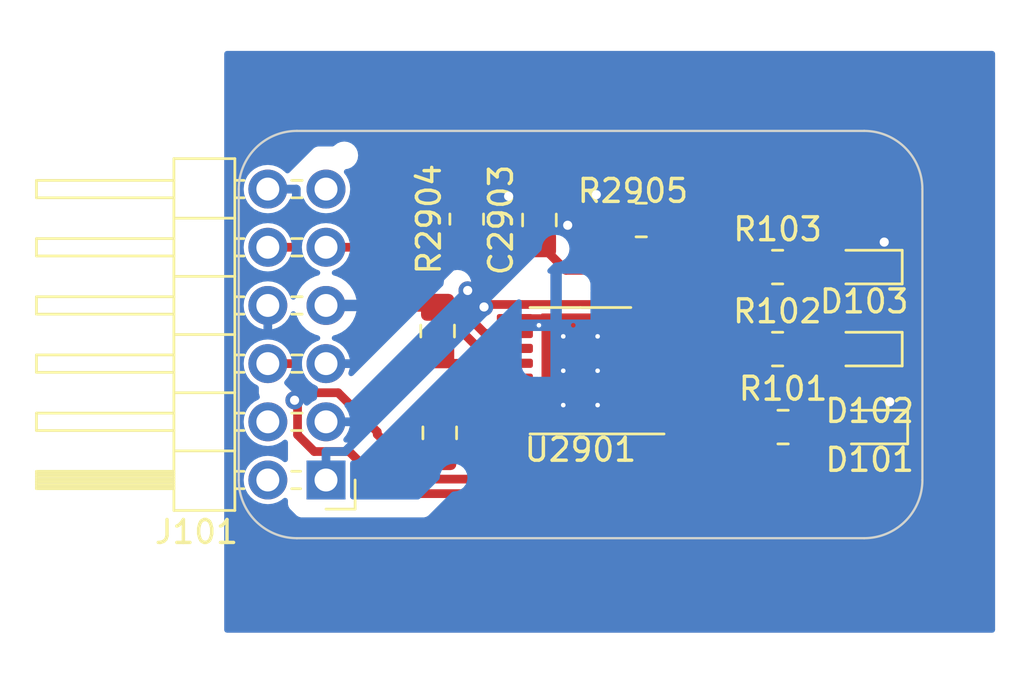
<source format=kicad_pcb>
(kicad_pcb (version 20240108) (generator "pcbnew") (generator_version "8.0")
  (layers (0 "F.Cu" signal) (31 "B.Cu" signal) (34 "B.Paste" user) (35 "F.Paste" user) (36 "B.SilkS" user "B.Silkscreen") (37 "F.SilkS" user "F.Silkscreen") (38 "B.Mask" user) (39 "F.Mask" user) (44 "Edge.Cuts" user))
  (net 0 "")
  (net 1 "+VIN")
  (net 2 "Net-(D101-A)")
  (net 3 "GND")
  (net 4 "Net-(D102-A)")
  (net 5 "Net-(D103-A)")
  (net 6 "/centrale-driver-8874/SENSE")
  (net 7 "+3V3")
  (net 8 "/DCC0")
  (net 9 "/DCC1")
  (net 10 "/centrale-driver-8874/iPROP")
  (net 11 "/BRAKE")
  (net 12 "/PWM")
  (net 13 "/DIR")
  (net 14 "/centrale-driver-8874/CPL")
  (net 15 "/centrale-driver-8874/CPH")
  (net 16 "/centrale-driver-8874/VCP")
  (footprint "LED_SMD:LED_0603_1608Metric_Pad1.05x0.95mm_HandSolder" (layer "F.Cu") (at 160.895 84.685 180)
    (property "Reference" "D101" (at 0 -1.43 180) (layer "F.SilkS"))
    (property "Value" "LED_RED")
    (fp_line (start 0.8 -0.735) (end -1.66 -0.735) (stroke (width 0.12)) (layer "F.SilkS"))
    (fp_line (start -1.66 0.735) (end 0.8 0.735) (stroke (width 0.12)) (layer "F.SilkS"))
    (fp_line (start -1.66 -0.735) (end -1.66 0.735) (stroke (width 0.12)) (layer "F.SilkS"))
    (pad "1" smd roundrect (at -0.875 0 180) (size 1.05 0.95) (layers "F.Cu" "F.Paste" "F.Mask") (net 3 "GND"))
    (pad "2" smd roundrect (at 0.875 0 180) (size 1.05 0.95) (layers "F.Cu" "F.Paste" "F.Mask") (net 2 "Net-(D101-A)"))
  )
  (footprint "Connector_PinHeader_2.54mm:PinHeader_2x06_P2.54mm_Horizontal" (layer "F.Cu") (at 137.16 86.995 180)
    (property "Reference" "J101" (at 5.655 -2.27 180) (layer "F.SilkS"))
    (property "Value" "Conn_02x06_Odd_Even")
    (fp_line (start 12.64 13.08) (end 6.64 13.08) (stroke (width 0.12)) (layer "F.SilkS"))
    (fp_line (start 12.64 12.32) (end 12.64 13.08) (stroke (width 0.12)) (layer "F.SilkS"))
    (fp_line (start 12.64 10.54) (end 6.64 10.54) (stroke (width 0.12)) (layer "F.SilkS"))
    (fp_line (start 12.64 9.78) (end 12.64 10.54) (stroke (width 0.12)) (layer "F.SilkS"))
    (fp_line (start 12.64 8) (end 6.64 8) (stroke (width 0.12)) (layer "F.SilkS"))
    (fp_line (start 12.64 7.24) (end 12.64 8) (stroke (width 0.12)) (layer "F.SilkS"))
    (fp_line (start 12.64 5.46) (end 6.64 5.46) (stroke (width 0.12)) (layer "F.SilkS"))
    (fp_line (start 12.64 4.7) (end 12.64 5.46) (stroke (width 0.12)) (layer "F.SilkS"))
    (fp_line (start 12.64 2.92) (end 6.64 2.92) (stroke (width 0.12)) (layer "F.SilkS"))
    (fp_line (start 12.64 2.16) (end 12.64 2.92) (stroke (width 0.12)) (layer "F.SilkS"))
    (fp_line (start 12.64 0.38) (end 6.64 0.38) (stroke (width 0.12)) (layer "F.SilkS"))
    (fp_line (start 12.64 -0.38) (end 12.64 0.38) (stroke (width 0.12)) (layer "F.SilkS"))
    (fp_line (start 6.64 14.03) (end 6.64 -1.33) (stroke (width 0.12)) (layer "F.SilkS"))
    (fp_line (start 6.64 12.32) (end 12.64 12.32) (stroke (width 0.12)) (layer "F.SilkS"))
    (fp_line (start 6.64 9.78) (end 12.64 9.78) (stroke (width 0.12)) (layer "F.SilkS"))
    (fp_line (start 6.64 7.24) (end 12.64 7.24) (stroke (width 0.12)) (layer "F.SilkS"))
    (fp_line (start 6.64 4.7) (end 12.64 4.7) (stroke (width 0.12)) (layer "F.SilkS"))
    (fp_line (start 6.64 2.16) (end 12.64 2.16) (stroke (width 0.12)) (layer "F.SilkS"))
    (fp_line (start 6.64 0.28) (end 12.64 0.28) (stroke (width 0.12)) (layer "F.SilkS"))
    (fp_line (start 6.64 0.16) (end 12.64 0.16) (stroke (width 0.12)) (layer "F.SilkS"))
    (fp_line (start 6.64 0.04) (end 12.64 0.04) (stroke (width 0.12)) (layer "F.SilkS"))
    (fp_line (start 6.64 -0.08) (end 12.64 -0.08) (stroke (width 0.12)) (layer "F.SilkS"))
    (fp_line (start 6.64 -0.2) (end 12.64 -0.2) (stroke (width 0.12)) (layer "F.SilkS"))
    (fp_line (start 6.64 -0.32) (end 12.64 -0.32) (stroke (width 0.12)) (layer "F.SilkS"))
    (fp_line (start 6.64 -0.38) (end 12.64 -0.38) (stroke (width 0.12)) (layer "F.SilkS"))
    (fp_line (start 6.64 -1.33) (end 3.98 -1.33) (stroke (width 0.12)) (layer "F.SilkS"))
    (fp_line (start 3.98 14.03) (end 6.64 14.03) (stroke (width 0.12)) (layer "F.SilkS"))
    (fp_line (start 3.98 11.43) (end 6.64 11.43) (stroke (width 0.12)) (layer "F.SilkS"))
    (fp_line (start 3.98 8.89) (end 6.64 8.89) (stroke (width 0.12)) (layer "F.SilkS"))
    (fp_line (start 3.98 6.35) (end 6.64 6.35) (stroke (width 0.12)) (layer "F.SilkS"))
    (fp_line (start 3.98 3.81) (end 6.64 3.81) (stroke (width 0.12)) (layer "F.SilkS"))
    (fp_line (start 3.98 1.27) (end 6.64 1.27) (stroke (width 0.12)) (layer "F.SilkS"))
    (fp_line (start 3.98 -1.33) (end 3.98 14.03) (stroke (width 0.12)) (layer "F.SilkS"))
    (fp_line (start 3.582929 13.08) (end 3.98 13.08) (stroke (width 0.12)) (layer "F.SilkS"))
    (fp_line (start 3.582929 12.32) (end 3.98 12.32) (stroke (width 0.12)) (layer "F.SilkS"))
    (fp_line (start 3.582929 10.54) (end 3.98 10.54) (stroke (width 0.12)) (layer "F.SilkS"))
    (fp_line (start 3.582929 9.78) (end 3.98 9.78) (stroke (width 0.12)) (layer "F.SilkS"))
    (fp_line (start 3.582929 8) (end 3.98 8) (stroke (width 0.12)) (layer "F.SilkS"))
    (fp_line (start 3.582929 7.24) (end 3.98 7.24) (stroke (width 0.12)) (layer "F.SilkS"))
    (fp_line (start 3.582929 5.46) (end 3.98 5.46) (stroke (width 0.12)) (layer "F.SilkS"))
    (fp_line (start 3.582929 4.7) (end 3.98 4.7) (stroke (width 0.12)) (layer "F.SilkS"))
    (fp_line (start 3.582929 2.92) (end 3.98 2.92) (stroke (width 0.12)) (layer "F.SilkS"))
    (fp_line (start 3.582929 2.16) (end 3.98 2.16) (stroke (width 0.12)) (layer "F.SilkS"))
    (fp_line (start 3.582929 0.38) (end 3.98 0.38) (stroke (width 0.12)) (layer "F.SilkS"))
    (fp_line (start 3.582929 -0.38) (end 3.98 -0.38) (stroke (width 0.12)) (layer "F.SilkS"))
    (fp_line (start 1.11 0.38) (end 1.497071 0.38) (stroke (width 0.12)) (layer "F.SilkS"))
    (fp_line (start 1.11 -0.38) (end 1.497071 -0.38) (stroke (width 0.12)) (layer "F.SilkS"))
    (fp_line (start 1.042929 13.08) (end 1.497071 13.08) (stroke (width 0.12)) (layer "F.SilkS"))
    (fp_line (start 1.042929 12.32) (end 1.497071 12.32) (stroke (width 0.12)) (layer "F.SilkS"))
    (fp_line (start 1.042929 10.54) (end 1.497071 10.54) (stroke (width 0.12)) (layer "F.SilkS"))
    (fp_line (start 1.042929 9.78) (end 1.497071 9.78) (stroke (width 0.12)) (layer "F.SilkS"))
    (fp_line (start 1.042929 8) (end 1.497071 8) (stroke (width 0.12)) (layer "F.SilkS"))
    (fp_line (start 1.042929 7.24) (end 1.497071 7.24) (stroke (width 0.12)) (layer "F.SilkS"))
    (fp_line (start 1.042929 5.46) (end 1.497071 5.46) (stroke (width 0.12)) (layer "F.SilkS"))
    (fp_line (start 1.042929 4.7) (end 1.497071 4.7) (stroke (width 0.12)) (layer "F.SilkS"))
    (fp_line (start 1.042929 2.92) (end 1.497071 2.92) (stroke (width 0.12)) (layer "F.SilkS"))
    (fp_line (start 1.042929 2.16) (end 1.497071 2.16) (stroke (width 0.12)) (layer "F.SilkS"))
    (fp_line (start -1.27 0) (end -1.27 -1.27) (stroke (width 0.12)) (layer "F.SilkS"))
    (fp_line (start -1.27 -1.27) (end 0 -1.27) (stroke (width 0.12)) (layer "F.SilkS"))
    (pad "1" thru_hole rect (at 0 0 180) (size 1.7 1.7) (drill 1) (layers "*.Cu" "*.Mask") (net 8 "/DCC0"))
    (pad "2" thru_hole oval (at 2.54 0 180) (size 1.7 1.7) (drill 1) (layers "*.Cu" "*.Mask"))
    (pad "3" thru_hole oval (at 0 2.54 180) (size 1.7 1.7) (drill 1) (layers "*.Cu" "*.Mask") (net 9 "/DCC1"))
    (pad "4" thru_hole oval (at 2.54 2.54 180) (size 1.7 1.7) (drill 1) (layers "*.Cu" "*.Mask"))
    (pad "5" thru_hole oval (at 0 5.08 180) (size 1.7 1.7) (drill 1) (layers "*.Cu" "*.Mask") (net 7 "+3V3"))
    (pad "6" thru_hole oval (at 2.54 5.08 180) (size 1.7 1.7) (drill 1) (layers "*.Cu" "*.Mask") (net 11 "/BRAKE"))
    (pad "7" thru_hole oval (at 0 7.62 180) (size 1.7 1.7) (drill 1) (layers "*.Cu" "*.Mask") (net 3 "GND"))
    (pad "8" thru_hole oval (at 2.54 7.62 180) (size 1.7 1.7) (drill 1) (layers "*.Cu" "*.Mask") (net 13 "/DIR"))
    (pad "9" thru_hole oval (at 0 10.16 180) (size 1.7 1.7) (drill 1) (layers "*.Cu" "*.Mask") (net 1 "+VIN"))
    (pad "10" thru_hole oval (at 2.54 10.16 180) (size 1.7 1.7) (drill 1) (layers "*.Cu" "*.Mask") (net 12 "/PWM"))
    (pad "11" thru_hole oval (at 0 12.7 180) (size 1.7 1.7) (drill 1) (layers "*.Cu" "*.Mask"))
    (pad "12" thru_hole oval (at 2.54 12.7 180) (size 1.7 1.7) (drill 1) (layers "*.Cu" "*.Mask") (net 6 "/centrale-driver-8874/SENSE"))
  )
  (footprint "Resistor_SMD:R_0805_2012Metric_Pad1.20x1.40mm_HandSolder" (layer "F.Cu") (at 157.115 84.685)
    (property "Reference" "R101" (at 0 -1.675 0) (layer "F.SilkS"))
    (property "Value" "470R")
    (fp_line (start -0.227064 -0.735) (end 0.227064 -0.735) (stroke (width 0.12)) (layer "F.SilkS"))
    (fp_line (start -0.227064 0.735) (end 0.227064 0.735) (stroke (width 0.12)) (layer "F.SilkS"))
    (pad "1" smd roundrect (at -1 0) (size 1.2 1.4) (layers "F.Cu" "F.Paste" "F.Mask") (roundrect_rratio 0.208333) (net 11 "/BRAKE"))
    (pad "2" smd roundrect (at 1 0) (size 1.2 1.4) (layers "F.Cu" "F.Paste" "F.Mask") (roundrect_rratio 0.208333) (net 2 "Net-(D101-A)"))
  )
  (footprint "Capacitor_SMD:C_0805_2012Metric_Pad1.18x1.45mm_HandSolder" (layer "F.Cu") (at 142.0325 80.4925 90)
    (property "Reference" "C2901" (hide yes))
    (property "Value" "100nF" (hide yes))
    (fp_line (start -0.261252 -0.735) (end 0.261252 -0.735) (stroke (width 0.12)) (layer "F.SilkS"))
    (fp_line (start -0.261252 0.735) (end 0.261252 0.735) (stroke (width 0.12)) (layer "F.SilkS"))
    (pad "1" smd roundrect (at -1.0375 0 90) (size 1.175 1.45) (layers "F.Cu" "F.Paste" "F.Mask") (roundrect_rratio 0.212766) (net 16 "/centrale-driver-8874/VCP"))
    (pad "2" smd roundrect (at 1.0375 0 90) (size 1.175 1.45) (layers "F.Cu" "F.Paste" "F.Mask") (roundrect_rratio 0.212766) (net 1 "+VIN"))
  )
  (footprint "LED_SMD:LED_0603_1608Metric_Pad1.05x0.95mm_HandSolder" (layer "F.Cu") (at 160.655 81.28 180)
    (property "Reference" "D102" (at -0.24 -2.7 180) (layer "F.SilkS"))
    (property "Value" "LED_YELLOW")
    (fp_line (start 0.8 -0.735) (end -1.66 -0.735) (stroke (width 0.12)) (layer "F.SilkS"))
    (fp_line (start -1.66 0.735) (end 0.8 0.735) (stroke (width 0.12)) (layer "F.SilkS"))
    (fp_line (start -1.66 -0.735) (end -1.66 0.735) (stroke (width 0.12)) (layer "F.SilkS"))
    (pad "1" smd roundrect (at -0.875 0 180) (size 1.05 0.95) (layers "F.Cu" "F.Paste" "F.Mask") (net 3 "GND"))
    (pad "2" smd roundrect (at 0.875 0 180) (size 1.05 0.95) (layers "F.Cu" "F.Paste" "F.Mask") (net 4 "Net-(D102-A)"))
  )
  (footprint "Package_SO:HTSSOP-16-1EP_4.4x5mm_P0.65mm_EP3.4x5mm_Mask2.46x2.31mm_ThermalVias" (layer "F.Cu") (at 148.2675 82.225 180)
    (property "Reference" "U2901" (at 0 -3.45 180) (layer "F.SilkS"))
    (property "Value" "DRV8874PWPR" (hide yes))
    (fp_line (start 0 2.76) (end 2.2 2.76) (stroke (width 0.12)) (layer "F.SilkS"))
    (fp_line (start 0 2.76) (end -2.2 2.76) (stroke (width 0.12)) (layer "F.SilkS"))
    (fp_line (start 0 -2.76) (end 2.2 -2.76) (stroke (width 0.12)) (layer "F.SilkS"))
    (fp_line (start 0 -2.76) (end -3.65 -2.76) (stroke (width 0.12)) (layer "F.SilkS"))
    (pad "1" smd roundrect (at -2.8625 -2.275 180) (size 1.575 0.4) (layers "F.Cu" "F.Paste" "F.Mask") (net 11 "/BRAKE"))
    (pad "2" smd roundrect (at -2.8625 -1.625 180) (size 1.575 0.4) (layers "F.Cu" "F.Paste" "F.Mask") (net 13 "/DIR"))
    (pad "3" smd roundrect (at -2.8625 -0.975 180) (size 1.575 0.4) (layers "F.Cu" "F.Paste" "F.Mask") (net 12 "/PWM"))
    (pad "4" smd roundrect (at -2.8625 -0.325 180) (size 1.575 0.4) (layers "F.Cu" "F.Paste" "F.Mask") (net 6 "/centrale-driver-8874/SENSE"))
    (pad "5" smd roundrect (at -2.8625 0.325 180) (size 1.575 0.4) (layers "F.Cu" "F.Paste" "F.Mask") (net 7 "+3V3"))
    (pad "6" smd roundrect (at -2.8625 0.975 180) (size 1.575 0.4) (layers "F.Cu" "F.Paste" "F.Mask") (net 10 "/centrale-driver-8874/iPROP"))
    (pad "7" smd roundrect (at -2.8625 1.625 180) (size 1.575 0.4) (layers "F.Cu" "F.Paste" "F.Mask") (net 3 "GND"))
    (pad "8" smd roundrect (at -2.8625 2.275 180) (size 1.575 0.4) (layers "F.Cu" "F.Paste" "F.Mask") (net 8 "/DCC0"))
    (pad "9" smd roundrect (at 2.8625 2.275 180) (size 1.575 0.4) (layers "F.Cu" "F.Paste" "F.Mask") (net 3 "GND"))
    (pad "10" smd roundrect (at 2.8625 1.625 180) (size 1.575 0.4) (layers "F.Cu" "F.Paste" "F.Mask") (net 9 "/DCC1"))
    (pad "11" smd roundrect (at 2.8625 0.975 180) (size 1.575 0.4) (layers "F.Cu" "F.Paste" "F.Mask") (net 1 "+VIN"))
    (pad "12" smd roundrect (at 2.8625 0.325 180) (size 1.575 0.4) (layers "F.Cu" "F.Paste" "F.Mask") (net 16 "/centrale-driver-8874/VCP"))
    (pad "13" smd roundrect (at 2.8625 -0.325 180) (size 1.575 0.4) (layers "F.Cu" "F.Paste" "F.Mask") (net 15 "/centrale-driver-8874/CPH"))
    (pad "14" smd roundrect (at 2.8625 -0.975 180) (size 1.575 0.4) (layers "F.Cu" "F.Paste" "F.Mask") (net 14 "/centrale-driver-8874/CPL"))
    (pad "15" smd roundrect (at 2.8625 -1.625 180) (size 1.575 0.4) (layers "F.Cu" "F.Paste" "F.Mask") (net 3 "GND"))
    (pad "16" smd roundrect (at 2.8625 -2.275 180) (size 1.575 0.4) (layers "F.Cu" "F.Paste" "F.Mask") (net 3 "GND"))
    (pad "17" thru_hole circle (at -0.75 -1.5 180) (size 0.5 0.5) (drill 0.2) (layers "*.Cu") (net 3 "GND"))
    (pad "17" thru_hole circle (at -0.75 0 180) (size 0.5 0.5) (drill 0.2) (layers "*.Cu") (net 3 "GND"))
    (pad "17" thru_hole circle (at -0.75 1.5 180) (size 0.5 0.5) (drill 0.2) (layers "*.Cu") (net 3 "GND"))
    (pad "17" smd rect (at 0 0 180) (size 2 3.5) (layers "B.Cu") (net 3 "GND"))
    (pad "17" smd rect (at 0 0 180) (size 3.4 5) (layers "F.Cu") (net 3 "GND"))
    (pad "17" thru_hole circle (at 0.75 -1.5 180) (size 0.5 0.5) (drill 0.2) (layers "*.Cu") (net 3 "GND"))
    (pad "17" thru_hole circle (at 0.75 0 180) (size 0.5 0.5) (drill 0.2) (layers "*.Cu") (net 3 "GND"))
    (pad "17" thru_hole circle (at 0.75 1.5 180) (size 0.5 0.5) (drill 0.2) (layers "*.Cu") (net 3 "GND"))
  )
  (footprint "Resistor_SMD:R_0805_2012Metric_Pad1.20x1.40mm_HandSolder" (layer "F.Cu") (at 156.875 81.28)
    (property "Reference" "R102" (at -0.01125 -1.65 0) (layer "F.SilkS"))
    (property "Value" "470R")
    (fp_line (start -0.227064 -0.735) (end 0.227064 -0.735) (stroke (width 0.12)) (layer "F.SilkS"))
    (fp_line (start -0.227064 0.735) (end 0.227064 0.735) (stroke (width 0.12)) (layer "F.SilkS"))
    (pad "1" smd roundrect (at -1 0) (size 1.2 1.4) (layers "F.Cu" "F.Paste" "F.Mask") (roundrect_rratio 0.208333) (net 13 "/DIR"))
    (pad "2" smd roundrect (at 1 0) (size 1.2 1.4) (layers "F.Cu" "F.Paste" "F.Mask") (roundrect_rratio 0.208333) (net 4 "Net-(D102-A)"))
  )
  (footprint "Resistor_SMD:R_0805_2012Metric_Pad1.20x1.40mm_HandSolder" (layer "F.Cu") (at 150.9225 75.645)
    (property "Reference" "R2905" (at -0.365 -1.27 0) (layer "F.SilkS"))
    (property "Value" "47k")
    (fp_line (start -0.227064 -0.735) (end 0.227064 -0.735) (stroke (width 0.12)) (layer "F.SilkS"))
    (fp_line (start -0.227064 0.735) (end 0.227064 0.735) (stroke (width 0.12)) (layer "F.SilkS"))
    (pad "1" smd roundrect (at -1 0) (size 1.2 1.4) (layers "F.Cu" "F.Paste" "F.Mask") (roundrect_rratio 0.208333) (net 7 "+3V3"))
    (pad "2" smd roundrect (at 1 0) (size 1.2 1.4) (layers "F.Cu" "F.Paste" "F.Mask") (roundrect_rratio 0.208333) (net 6 "/centrale-driver-8874/SENSE"))
  )
  (footprint "LED_SMD:LED_0603_1608Metric_Pad1.05x0.95mm_HandSolder" (layer "F.Cu") (at 160.655 77.7 180)
    (property "Reference" "D103" (at 0 -1.5 180) (layer "F.SilkS"))
    (property "Value" "LED_GREEN")
    (fp_line (start 0.8 -0.735) (end -1.66 -0.735) (stroke (width 0.12)) (layer "F.SilkS"))
    (fp_line (start -1.66 0.735) (end 0.8 0.735) (stroke (width 0.12)) (layer "F.SilkS"))
    (fp_line (start -1.66 -0.735) (end -1.66 0.735) (stroke (width 0.12)) (layer "F.SilkS"))
    (pad "1" smd roundrect (at -0.875 0 180) (size 1.05 0.95) (layers "F.Cu" "F.Paste" "F.Mask") (net 3 "GND"))
    (pad "2" smd roundrect (at 0.875 0 180) (size 1.05 0.95) (layers "F.Cu" "F.Paste" "F.Mask") (net 5 "Net-(D103-A)"))
  )
  (footprint "Resistor_SMD:R_0805_2012Metric_Pad1.20x1.40mm_HandSolder" (layer "F.Cu") (at 143.3025 75.6075 90)
    (property "Reference" "R2904" (at 0 -1.65 -90) (layer "F.SilkS"))
    (property "Value" "1k5")
    (fp_line (start -0.227064 -0.735) (end 0.227064 -0.735) (stroke (width 0.12)) (layer "F.SilkS"))
    (fp_line (start -0.227064 0.735) (end 0.227064 0.735) (stroke (width 0.12)) (layer "F.SilkS"))
    (pad "1" smd roundrect (at -1 0 90) (size 1.2 1.4) (layers "F.Cu" "F.Paste" "F.Mask") (roundrect_rratio 0.208333) (net 10 "/centrale-driver-8874/iPROP"))
    (pad "2" smd roundrect (at 1 0 90) (size 1.2 1.4) (layers "F.Cu" "F.Paste" "F.Mask") (roundrect_rratio 0.208333) (net 3 "GND"))
  )
  (footprint "Resistor_SMD:R_0805_2012Metric_Pad1.20x1.40mm_HandSolder" (layer "F.Cu") (at 156.875 77.7)
    (property "Reference" "R103" (at 0 -1.65 0) (layer "F.SilkS"))
    (property "Value" "470R")
    (fp_line (start -0.227064 -0.735) (end 0.227064 -0.735) (stroke (width 0.12)) (layer "F.SilkS"))
    (fp_line (start -0.227064 0.735) (end 0.227064 0.735) (stroke (width 0.12)) (layer "F.SilkS"))
    (pad "1" smd roundrect (at -1 0) (size 1.2 1.4) (layers "F.Cu" "F.Paste" "F.Mask") (roundrect_rratio 0.208333) (net 12 "/PWM"))
    (pad "2" smd roundrect (at 1 0) (size 1.2 1.4) (layers "F.Cu" "F.Paste" "F.Mask") (roundrect_rratio 0.208333) (net 5 "Net-(D103-A)"))
  )
  (footprint "Capacitor_SMD:C_0805_2012Metric_Pad1.18x1.45mm_HandSolder" (layer "F.Cu") (at 142.1248 84.9375 -90)
    (property "Reference" "C2902" (hide yes))
    (property "Value" "22nF")
    (fp_line (start -0.261252 0.735) (end 0.261252 0.735) (stroke (width 0.12)) (layer "F.SilkS"))
    (fp_line (start -0.261252 -0.735) (end 0.261252 -0.735) (stroke (width 0.12)) (layer "F.SilkS"))
    (pad "1" smd roundrect (at -1.0375 0 270) (size 1.175 1.45) (layers "F.Cu" "F.Paste" "F.Mask") (roundrect_rratio 0.212766) (net 15 "/centrale-driver-8874/CPH"))
    (pad "2" smd roundrect (at 1.0375 0 270) (size 1.175 1.45) (layers "F.Cu" "F.Paste" "F.Mask") (roundrect_rratio 0.212766) (net 14 "/centrale-driver-8874/CPL"))
  )
  (footprint "Capacitor_SMD:C_0805_2012Metric_Pad1.18x1.45mm_HandSolder" (layer "F.Cu") (at 146.4775 75.645 90)
    (property "Reference" "C2903" (at 0 -1.68 -90) (layer "F.SilkS"))
    (property "Value" "22nF")
    (fp_line (start -0.261252 -0.735) (end 0.261252 -0.735) (stroke (width 0.12)) (layer "F.SilkS"))
    (fp_line (start -0.261252 0.735) (end 0.261252 0.735) (stroke (width 0.12)) (layer "F.SilkS"))
    (pad "1" smd roundrect (at -1.0375 0 90) (size 1.175 1.45) (layers "F.Cu" "F.Paste" "F.Mask") (roundrect_rratio 0.212766) (net 10 "/centrale-driver-8874/iPROP"))
    (pad "2" smd roundrect (at 1.0375 0 90) (size 1.175 1.45) (layers "F.Cu" "F.Paste" "F.Mask") (roundrect_rratio 0.212766) (net 3 "GND"))
  )
  (gr_arc (start 160.655 71.755) (mid 162.451051 72.498949) (end 163.195 74.295) (stroke (width 0.1)) (layer "Edge.Cuts"))
  (gr_line (start 160.655 89.535) (end 135.89 89.535) (stroke (width 0.1)) (layer "Edge.Cuts"))
  (gr_arc (start 163.195 86.995) (mid 162.451051 88.791051) (end 160.655 89.535) (stroke (width 0.1)) (layer "Edge.Cuts"))
  (gr_line (start 135.89 71.755) (end 160.655 71.755) (stroke (width 0.1)) (layer "Edge.Cuts"))
  (gr_line (start 163.195 74.295) (end 163.195 86.995) (stroke (width 0.1)) (layer "Edge.Cuts"))
  (gr_arc (start 135.89 89.535) (mid 134.093949 88.791051) (end 133.35 86.995) (stroke (width 0.1)) (layer "Edge.Cuts"))
  (gr_arc (start 133.35 74.295) (mid 134.093949 72.498949) (end 135.89 71.755) (stroke (width 0.1)) (layer "Edge.Cuts"))
  (gr_line (start 133.35 86.995) (end 133.35 74.295) (stroke (width 0.1)) (layer "Edge.Cuts"))
  (segment (start 145.405 81.25) (end 143.8275 81.25) (width 0.381) (layer "F.Cu") (net 1))
  (segment (start 138.4022 76.835) (end 141.0222 79.455) (width 0.381) (layer "F.Cu") (net 1))
  (segment (start 143.8275 81.25) (end 142.0325 79.455) (width 0.381) (layer "F.Cu") (net 1))
  (segment (start 137.16 76.835) (end 138.4022 76.835) (width 0.381) (layer "F.Cu") (net 1))
  (segment (start 141.0222 79.455) (end 142.0325 79.455) (width 0.381) (layer "F.Cu") (net 1))
  (segment (start 158.115 84.685) (end 160.02 84.685) (width 0.381) (layer "F.Cu") (net 2))
  (segment (start 147.5175 80.725) (end 146.7425 79.95) (width 0.381) (layer "F.Cu") (net 3))
  (segment (start 147.5175 82.225) (end 148.2675 82.225) (width 0.381) (layer "F.Cu") (net 3))
  (segment (start 149.1425 80.6) (end 151.13 80.6) (width 0.381) (layer "F.Cu") (net 3))
  (segment (start 147.3925 83.85) (end 145.405 83.85) (width 0.381) (layer "F.Cu") (net 3))
  (segment (start 161.53 83.3394) (end 161.53 81.28) (width 0.381) (layer "F.Cu") (net 3))
  (segment (start 145.405 83.85) (end 145.405 84.5) (width 0.381) (layer "F.Cu") (net 3))
  (segment (start 161.77 84.685) (end 161.77 83.5794) (width 0.381) (layer "F.Cu") (net 3))
  (segment (start 146.7425 79.95) (end 145.405 79.95) (width 0.381) (layer "F.Cu") (net 3))
  (segment (start 149.0175 80.725) (end 149.1425 80.6) (width 0.381) (layer "F.Cu") (net 3))
  (segment (start 145.1319 74.6075) (end 143.3025 74.6075) (width 0.381) (layer "F.Cu") (net 3))
  (segment (start 161.53 76.6089) (end 161.53 77.7) (width 0.381) (layer "F.Cu") (net 3))
  (segment (start 146.4775 74.6075) (end 145.1319 74.6075) (width 0.381) (layer "F.Cu") (net 3))
  (segment (start 161.77 83.5794) (end 161.53 83.3394) (width 0.381) (layer "F.Cu") (net 3))
  (segment (start 147.5175 83.725) (end 147.3925 83.85) (width 0.381) (layer "F.Cu") (net 3))
  (via (at 145.1319 74.6075) (size 0.8) (drill 0.4) (layers "F.Cu" "B.Cu") (net 3))
  (via (at 161.77 83.5794) (size 0.8) (drill 0.4) (layers "F.Cu" "B.Cu") (net 3))
  (via (at 161.53 76.6089) (size 0.8) (drill 0.4) (layers "F.Cu" "B.Cu") (net 3))
  (segment (start 157.875 81.28) (end 159.78 81.28) (width 0.381) (layer "F.Cu") (net 4))
  (segment (start 157.875 77.7) (end 159.78 77.7) (width 0.381) (layer "F.Cu") (net 5))
  (segment (start 151.9225 75.645) (end 150.8163 74.5388) (width 0.381) (layer "F.Cu") (net 6))
  (segment (start 153.4777 81.4457) (end 152.3734 82.55) (width 0.381) (layer "F.Cu") (net 6))
  (segment (start 153.4777 77.2002) (end 153.4777 81.4457) (width 0.381) (layer "F.Cu") (net 6))
  (segment (start 152.3734 82.55) (end 151.13 82.55) (width 0.381) (layer "F.Cu") (net 6))
  (segment (start 150.8163 74.5388) (end 148.9609 74.5388) (width 0.381) (layer "F.Cu") (net 6))
  (segment (start 151.9225 75.645) (end 153.4777 77.2002) (width 0.381) (layer "F.Cu") (net 6))
  (via (at 148.9609 74.5388) (size 0.8) (drill 0.4) (layers "F.Cu" "B.Cu") (net 6))
  (segment (start 135.8622 74.295) (end 135.8622 74.7608) (width 0.381) (layer "B.Cu") (net 6))
  (segment (start 134.62 74.295) (end 135.8622 74.295) (width 0.381) (layer "B.Cu") (net 6))
  (segment (start 135.8622 74.7608) (end 136.6664 75.565) (width 0.381) (layer "B.Cu") (net 6))
  (segment (start 136.6664 75.565) (end 141.0782 75.565) (width 0.381) (layer "B.Cu") (net 6))
  (segment (start 141.0782 75.565) (end 142.8892 73.754) (width 0.381) (layer "B.Cu") (net 6))
  (segment (start 142.8892 73.754) (end 148.1761 73.754) (width 0.381) (layer "B.Cu") (net 6))
  (segment (start 148.1761 73.754) (end 148.9609 74.5388) (width 0.381) (layer "B.Cu") (net 6))
  (segment (start 152.8938 78.6163) (end 152.8938 81.1852) (width 0.381) (layer "F.Cu") (net 7))
  (segment (start 152.8938 81.1852) (end 152.179 81.9) (width 0.381) (layer "F.Cu") (net 7))
  (segment (start 149.9225 75.645) (end 152.8938 78.6163) (width 0.381) (layer "F.Cu") (net 7))
  (segment (start 152.179 81.9) (end 151.13 81.9) (width 0.381) (layer "F.Cu") (net 7))
  (segment (start 149.9225 75.645) (end 147.9391 75.645) (width 0.381) (layer "F.Cu") (net 7))
  (segment (start 147.9391 75.645) (end 147.711 75.8731) (width 0.381) (layer "F.Cu") (net 7))
  (via (at 147.711 75.8731) (size 0.8) (drill 0.4) (layers "F.Cu" "B.Cu") (net 7))
  (segment (start 138.4022 81.915) (end 144.4441 75.8731) (width 0.381) (layer "B.Cu") (net 7))
  (segment (start 137.16 81.915) (end 138.4022 81.915) (width 0.381) (layer "B.Cu") (net 7))
  (segment (start 144.4441 75.8731) (end 147.711 75.8731) (width 0.381) (layer "B.Cu") (net 7))
  (segment (start 150.5128 79.3328) (end 151.13 79.95) (width 0.381) (layer "F.Cu") (net 8))
  (segment (start 144.1658 79.3328) (end 150.5128 79.3328) (width 0.381) (layer "F.Cu") (net 8))
  (segment (start 144.058 79.4406) (end 144.1658 79.3328) (width 0.381) (layer "F.Cu") (net 8))
  (via (at 144.058 79.4406) (size 0.8) (drill 0.4) (layers "F.Cu" "B.Cu") (net 8))
  (segment (start 137.16 85.7528) (end 137.9919 85.7528) (width 0.381) (layer "B.Cu") (net 8))
  (segment (start 137.16 86.995) (end 137.16 85.7528) (width 0.381) (layer "B.Cu") (net 8))
  (segment (start 137.9919 85.7528) (end 144.058 79.6867) (width 0.381) (layer "B.Cu") (net 8))
  (segment (start 144.058 79.6867) (end 144.058 79.4406) (width 0.381) (layer "B.Cu") (net 8))
  (segment (start 143.2658 79.7686) (end 144.0972 80.6) (width 0.381) (layer "F.Cu") (net 9))
  (segment (start 143.3446 78.7217) (end 143.2658 78.8005) (width 0.381) (layer "F.Cu") (net 9))
  (segment (start 144.0972 80.6) (end 145.405 80.6) (width 0.381) (layer "F.Cu") (net 9))
  (segment (start 143.2658 78.8005) (end 143.2658 79.7686) (width 0.381) (layer "F.Cu") (net 9))
  (via (at 143.3446 78.7217) (size 0.8) (drill 0.4) (layers "F.Cu" "B.Cu") (net 9))
  (segment (start 138.4022 83.6641) (end 143.3446 78.7217) (width 0.381) (layer "B.Cu") (net 9))
  (segment (start 137.16 84.455) (end 138.4022 84.455) (width 0.381) (layer "B.Cu") (net 9))
  (segment (start 138.4022 84.455) (end 138.4022 83.6641) (width 0.381) (layer "B.Cu") (net 9))
  (segment (start 147.6372 77.8422) (end 150.5175 77.8422) (width 0.381) (layer "F.Cu") (net 10))
  (segment (start 151.9642 81.25) (end 151.13 81.25) (width 0.381) (layer "F.Cu") (net 10))
  (segment (start 146.4775 76.6825) (end 147.6372 77.8422) (width 0.381) (layer "F.Cu") (net 10))
  (segment (start 152.3111 79.6358) (end 152.3111 80.9031) (width 0.381) (layer "F.Cu") (net 10))
  (segment (start 152.3111 80.9031) (end 151.9642 81.25) (width 0.381) (layer "F.Cu") (net 10))
  (segment (start 143.3025 76.6075) (end 146.4025 76.6075) (width 0.381) (layer "F.Cu") (net 10))
  (segment (start 146.4025 76.6075) (end 146.4775 76.6825) (width 0.381) (layer "F.Cu") (net 10))
  (segment (start 150.5175 77.8422) (end 152.3111 79.6358) (width 0.381) (layer "F.Cu") (net 10))
  (segment (start 135.8622 82.4298) (end 135.8622 81.915) (width 0.381) (layer "F.Cu") (net 11))
  (segment (start 134.62 81.915) (end 135.8622 81.915) (width 0.381) (layer "F.Cu") (net 11))
  (segment (start 151.13 84.5) (end 148.6741 86.9559) (width 0.381) (layer "F.Cu") (net 11))
  (segment (start 137.6888 83.185) (end 136.6174 83.185) (width 0.381) (layer "F.Cu") (net 11))
  (segment (start 141.3502 86.9559) (end 139.3969 85.0026) (width 0.381) (layer "F.Cu") (net 11))
  (segment (start 151.315 84.685) (end 156.115 84.685) (width 0.381) (layer "F.Cu") (net 11))
  (segment (start 139.3969 85.0026) (end 139.3969 84.8931) (width 0.381) (layer "F.Cu") (net 11))
  (segment (start 151.13 84.5) (end 151.315 84.685) (width 0.381) (layer "F.Cu") (net 11))
  (segment (start 136.6174 83.185) (end 135.8622 82.4298) (width 0.381) (layer "F.Cu") (net 11))
  (segment (start 148.6741 86.9559) (end 141.3502 86.9559) (width 0.381) (layer "F.Cu") (net 11))
  (segment (start 139.3969 84.8931) (end 137.6888 83.185) (width 0.381) (layer "F.Cu") (net 11))
  (segment (start 141.7064 73.5934) (end 139.7349 75.5649) (width 0.381) (layer "F.Cu") (net 12))
  (segment (start 135.8622 76.3202) (end 135.8622 76.835) (width 0.381) (layer "F.Cu") (net 12))
  (segment (start 155.875 77.7) (end 154.2648 79.3102) (width 0.381) (layer "F.Cu") (net 12))
  (segment (start 152.6175 83.2) (end 151.13 83.2) (width 0.381) (layer "F.Cu") (net 12))
  (segment (start 154.2648 81.5527) (end 152.6175 83.2) (width 0.381) (layer "F.Cu") (net 12))
  (segment (start 154.2648 79.3102) (end 154.2648 81.5527) (width 0.381) (layer "F.Cu") (net 12))
  (segment (start 155.875 77.7) (end 151.7684 73.5934) (width 0.381) (layer "F.Cu") (net 12))
  (segment (start 151.7684 73.5934) (end 141.7064 73.5934) (width 0.381) (layer "F.Cu") (net 12))
  (segment (start 136.6175 75.5649) (end 135.8622 76.3202) (width 0.381) (layer "F.Cu") (net 12))
  (segment (start 139.7349 75.5649) (end 136.6175 75.5649) (width 0.381) (layer "F.Cu") (net 12))
  (segment (start 134.62 76.835) (end 135.8622 76.835) (width 0.381) (layer "F.Cu") (net 12))
  (segment (start 157.115 85.4249) (end 154.9492 87.5907) (width 0.381) (layer "F.Cu") (net 13))
  (segment (start 140.0104 87.5907) (end 138.1725 85.7528) (width 0.381) (layer "F.Cu") (net 13))
  (segment (start 135.9178 85.0212) (end 135.9178 83.6442) (width 0.381) (layer "F.Cu") (net 13))
  (segment (start 151.13 83.85) (end 154.8144 83.85) (width 0.381) (layer "F.Cu") (net 13))
  (segment (start 138.1725 85.7528) (end 136.6494 85.7528) (width 0.381) (layer "F.Cu") (net 13))
  (segment (start 154.9492 87.5907) (end 140.0104 87.5907) (width 0.381) (layer "F.Cu") (net 13))
  (segment (start 135.9178 83.6442) (end 135.7866 83.513) (width 0.381) (layer "F.Cu") (net 13))
  (segment (start 155.875 82.7894) (end 155.875 81.28) (width 0.381) (layer "F.Cu") (net 13))
  (segment (start 157.115 83.9752) (end 157.115 85.4249) (width 0.381) (layer "F.Cu") (net 13))
  (segment (start 155.875 82.7894) (end 155.9292 82.7894) (width 0.381) (layer "F.Cu") (net 13))
  (segment (start 154.8144 83.85) (end 155.875 82.7894) (width 0.381) (layer "F.Cu") (net 13))
  (segment (start 155.9292 82.7894) (end 157.115 83.9752) (width 0.381) (layer "F.Cu") (net 13))
  (segment (start 136.6494 85.7528) (end 135.9178 85.0212) (width 0.381) (layer "F.Cu") (net 13))
  (via (at 135.7866 83.513) (size 0.8) (drill 0.4) (layers "F.Cu" "B.Cu") (net 13))
  (segment (start 134.62 79.375) (end 134.62 80.6172) (width 0.381) (layer "B.Cu") (net 13))
  (segment (start 135.9178 83.3818) (end 135.7866 83.513) (width 0.381) (layer "B.Cu") (net 13))
  (segment (start 134.62 80.6172) (end 135.0858 80.6172) (width 0.381) (layer "B.Cu") (net 13))
  (segment (start 135.0858 80.6172) (end 135.9178 81.4492) (width 0.381) (layer "B.Cu") (net 13))
  (segment (start 135.9178 81.4492) (end 135.9178 83.3818) (width 0.381) (layer "B.Cu") (net 13))
  (segment (start 145.405 83.2) (end 144.5446 83.2) (width 0.381) (layer "F.Cu") (net 14))
  (segment (start 144.2237 83.5209) (end 144.2237 83.8761) (width 0.381) (layer "F.Cu") (net 14))
  (segment (start 144.5446 83.2) (end 144.2237 83.5209) (width 0.381) (layer "F.Cu") (net 14))
  (segment (start 144.2237 83.8761) (end 142.1248 85.975) (width 0.381) (layer "F.Cu") (net 14))
  (segment (start 143.4748 82.55) (end 145.405 82.55) (width 0.381) (layer "F.Cu") (net 15))
  (segment (start 142.1248 83.9) (end 143.4748 82.55) (width 0.381) (layer "F.Cu") (net 15))
  (segment (start 145.405 81.9) (end 142.4025 81.9) (width 0.381) (layer "F.Cu") (net 16))
  (segment (start 142.4025 81.9) (end 142.0325 81.53) (width 0.381) (layer "F.Cu") (net 16))
  (zone (net 3) (net_name "GND") (layer "B.Cu") (connect_pads (clearance 0)) (min_thickness 0.25) (fill yes (thermal_gap 0.5) (thermal_bridge_width 0.5))
    (polygon (pts (xy 130.175 66.04) (xy 167.64 66.04) (xy 167.64 96.52) (xy 130.175 96.52)))
  )
)
</source>
